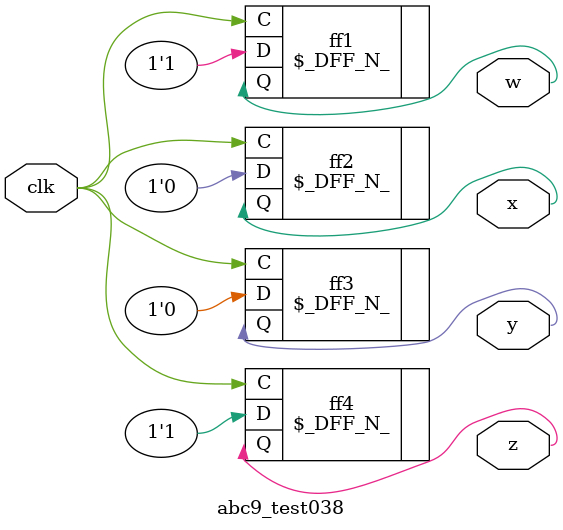
<source format=v>
module abc9_test038(input clk, output w, x, y, z);
(* init=1'b1 *) wire w;
\$_DFF_N_ ff1(.C(clk), .D(1'b1), .Q(w));
(* init=1'bx *) wire x;
\$_DFF_N_ ff2(.C(clk), .D(1'b0), .Q(x));
(* init=1'b0 *) wire y;
\$_DFF_N_ ff3(.C(clk), .D(1'b0), .Q(y));
(* init=1'b0 *) wire z;
\$_DFF_N_ ff4(.C(clk), .D(1'b1), .Q(z));
endmodule

</source>
